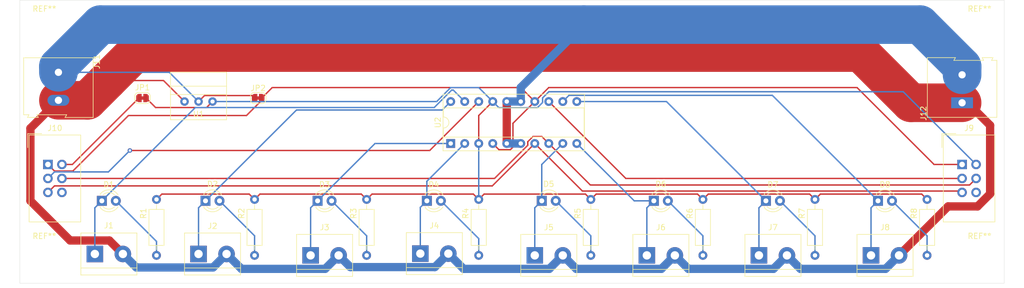
<source format=kicad_pcb>
(kicad_pcb (version 20211014) (generator pcbnew)
  (layers (0 "F.Cu" signal) (31 "B.Cu" signal) (34 "B.Paste" user) (35 "F.Paste" user) (36 "B.SilkS" user "B.Silkscreen") (37 "F.SilkS" user "F.Silkscreen") (38 "B.Mask" user) (39 "F.Mask" user) (44 "Edge.Cuts" user))
  (net 0 "")
  (net 1 "/D0")
  (net 2 "Net-(D1-Pad2)")
  (net 3 "/D1")
  (net 4 "Net-(D2-Pad2)")
  (net 5 "/D2")
  (net 6 "Net-(D3-Pad2)")
  (net 7 "/D3")
  (net 8 "Net-(D4-Pad2)")
  (net 9 "/D4")
  (net 10 "Net-(D5-Pad2)")
  (net 11 "/D5")
  (net 12 "Net-(D6-Pad2)")
  (net 13 "/D6")
  (net 14 "Net-(D7-Pad2)")
  (net 15 "/D7")
  (net 16 "Net-(D8-Pad2)")
  (net 17 "+VDC")
  (net 18 "GNDD")
  (net 19 "+5V")
  (net 20 "/SEROUT")
  (net 21 "/CLOCK")
  (net 22 "/LATCH")
  (net 24 "/SERIN")
  (net 26 "GNDPWR")
  (net 27 "Net-(J10-Pad2)")
  (footprint "MountingHole:MountingHole_2.5mm" (layer "F.Cu") (at 215.265 114.3)
    (fp_text reference "REF**" (at 0 -3.5) (layer "F.SilkS"))
    (fp_text value "MountingHole_2.5mm")
    (pad "" np_thru_hole circle locked (at 0 0) (size 2.5 2.5) (drill 2.5) (layers *.Cu *.Mask))
  )
  (footprint "TerminalBlock:TerminalBlock_bornier-2_P5.08mm" (layer "F.Cu") (at 175.26 114.3)
    (fp_text reference "J7" (at 2.54 -5.08) (layer "F.SilkS"))
    (fp_text value "Screw_Terminal_01x02")
    (fp_line (start 7.62 -3.81) (end -2.54 -3.81) (layer "F.SilkS") (width 0.12))
    (fp_line (start -2.54 -3.81) (end -2.54 3.81) (layer "F.SilkS") (width 0.12))
    (fp_line (start -2.54 3.81) (end 7.62 3.81) (layer "F.SilkS") (width 0.12))
    (fp_line (start 7.62 3.81) (end 7.62 -3.81) (layer "F.SilkS") (width 0.12))
    (fp_line (start 7.62 2.54) (end -2.54 2.54) (layer "F.SilkS") (width 0.12))
    (pad "1" thru_hole rect locked (at 0 0) (size 3 3) (drill 1.52) (layers *.Cu *.Mask) (net 13 "/D6"))
    (pad "2" thru_hole circle locked (at 5.08 0) (size 3 3) (drill 1.52) (layers *.Cu *.Mask) (net 17 "+VDC"))
  )
  (footprint "TerminalBlock:TerminalBlock_bornier-2_P5.08mm" (layer "F.Cu") (at 54.864 114.046)
    (fp_text reference "J1" (at 2.526 -5.174) (layer "F.SilkS"))
    (fp_text value "Screw_Terminal_01x02")
    (fp_line (start 7.62 3.81) (end 7.62 -3.81) (layer "F.SilkS") (width 0.12))
    (fp_line (start -2.54 -3.81) (end -2.54 3.81) (layer "F.SilkS") (width 0.12))
    (fp_line (start 7.62 -3.81) (end -2.54 -3.81) (layer "F.SilkS") (width 0.12))
    (fp_line (start -2.54 3.81) (end 7.62 3.81) (layer "F.SilkS") (width 0.12))
    (fp_line (start 7.62 2.54) (end -2.54 2.54) (layer "F.SilkS") (width 0.12))
    (pad "1" thru_hole rect locked (at 0 0) (size 3 3) (drill 1.52) (layers *.Cu *.Mask) (net 1 "/D0"))
    (pad "2" thru_hole circle locked (at 5.08 0) (size 3 3) (drill 1.52) (layers *.Cu *.Mask) (net 17 "+VDC"))
  )
  (footprint "Connector_IDC:IDC-Header_2x03_P2.54mm_Vertical" (layer "F.Cu") (at 46.355 97.79)
    (fp_text reference "J10" (at 1.27 -6.604) (layer "F.SilkS"))
    (fp_text value "Conn_02x03_Odd_Even")
    (fp_line (start -3.655 -5.6) (end -3.655 -3.06) (layer "F.SilkS") (width 0.12))
    (fp_line (start 5.945 10.43) (end -3.405 10.43) (layer "F.SilkS") (width 0.12))
    (fp_line (start -3.405 -5.35) (end 5.945 -5.35) (layer "F.SilkS") (width 0.12))
    (fp_line (start -3.655 -5.6) (end -1.115 -5.6) (layer "F.SilkS") (width 0.12))
    (fp_line (start -3.405 10.43) (end -3.405 -5.35) (layer "F.SilkS") (width 0.12))
    (fp_line (start 5.945 -5.35) (end 5.945 10.43) (layer "F.SilkS") (width 0.12))
    (pad "1" thru_hole rect locked (at 0 0) (size 1.7272 1.7272) (drill 1.016) (layers *.Cu *.Mask) (net 18 "GNDD"))
    (pad "2" thru_hole oval locked (at 2.54 0) (size 1.7272 1.7272) (drill 1.016) (layers *.Cu *.Mask) (net 27 "Net-(J10-Pad2)"))
    (pad "3" thru_hole oval locked (at 0 2.54) (size 1.7272 1.7272) (drill 1.016) (layers *.Cu *.Mask) (net 24 "/SERIN"))
    (pad "4" thru_hole oval locked (at 2.54 2.54) (size 1.7272 1.7272) (drill 1.016) (layers *.Cu *.Mask) (net 21 "/CLOCK"))
    (pad "5" thru_hole oval locked (at 0 5.08) (size 1.7272 1.7272) (drill 1.016) (layers *.Cu *.Mask) (net 22 "/LATCH"))
    (pad "6" thru_hole oval locked (at 2.54 5.08) (size 1.7272 1.7272) (drill 1.016) (layers *.Cu *.Mask))
  )
  (footprint "LED_THT:LED_D3.0mm" (layer "F.Cu") (at 74.925 104.394)
    (fp_text reference "D2" (at 1.27 -3.048) (layer "F.SilkS"))
    (fp_text value "LED")
    (fp_line (start -0.29 1.08) (end -0.29 1.236) (layer "F.SilkS") (width 0.12))
    (fp_line (start -0.29 -1.236) (end -0.29 -1.08) (layer "F.SilkS") (width 0.12))
    (fp_arc (start 2.942335 1.078608) (mid 1.366487 1.987659) (end -0.29 1.235516) (layer "F.SilkS") (width 0.12))
    (fp_arc (start 2.31113 1.079837) (mid 1.270117 1.5) (end 0.229039 1.08) (layer "F.SilkS") (width 0.12))
    (fp_arc (start -0.29 -1.235516) (mid 1.366487 -1.987659) (end 2.942335 -1.078608) (layer "F.SilkS") (width 0.12))
    (fp_arc (start 0.229039 -1.08) (mid 1.270117 -1.5) (end 2.31113 -1.079837) (layer "F.SilkS") (width 0.12))
    (pad "1" thru_hole rect locked (at 0 0) (size 1.8 1.8) (drill 0.9) (layers *.Cu *.Mask) (net 3 "/D1"))
    (pad "2" thru_hole circle locked (at 2.54 0) (size 1.8 1.8) (drill 0.9) (layers *.Cu *.Mask) (net 4 "Net-(D2-Pad2)"))
  )
  (footprint "LED_THT:LED_D3.0mm" (layer "F.Cu") (at 176.525 104.394)
    (fp_text reference "D7" (at 1.27 -2.96) (layer "F.SilkS"))
    (fp_text value "LED")
    (fp_line (start -0.29 -1.236) (end -0.29 -1.08) (layer "F.SilkS") (width 0.12))
    (fp_line (start -0.29 1.08) (end -0.29 1.236) (layer "F.SilkS") (width 0.12))
    (fp_arc (start 0.229039 -1.08) (mid 1.270117 -1.5) (end 2.31113 -1.079837) (layer "F.SilkS") (width 0.12))
    (fp_arc (start 2.31113 1.079837) (mid 1.270117 1.5) (end 0.229039 1.08) (layer "F.SilkS") (width 0.12))
    (fp_arc (start 2.942335 1.078608) (mid 1.366487 1.987659) (end -0.29 1.235516) (layer "F.SilkS") (width 0.12))
    (fp_arc (start -0.29 -1.235516) (mid 1.366487 -1.987659) (end 2.942335 -1.078608) (layer "F.SilkS") (width 0.12))
    (pad "1" thru_hole rect locked (at 0 0) (size 1.8 1.8) (drill 0.9) (layers *.Cu *.Mask) (net 13 "/D6"))
    (pad "2" thru_hole circle locked (at 2.54 0) (size 1.8 1.8) (drill 0.9) (layers *.Cu *.Mask) (net 14 "Net-(D7-Pad2)"))
  )
  (footprint "Connector_IDC:IDC-Header_2x03_P2.54mm_Vertical" (layer "F.Cu") (at 212.09 97.79)
    (fp_text reference "J9" (at 1.27 -6.604) (layer "F.SilkS"))
    (fp_text value "Conn_02x03_Odd_Even")
    (fp_line (start 5.945 10.43) (end -3.405 10.43) (layer "F.SilkS") (width 0.12))
    (fp_line (start -3.655 -5.6) (end -3.655 -3.06) (layer "F.SilkS") (width 0.12))
    (fp_line (start 5.945 -5.35) (end 5.945 10.43) (layer "F.SilkS") (width 0.12))
    (fp_line (start -3.405 -5.35) (end 5.945 -5.35) (layer "F.SilkS") (width 0.12))
    (fp_line (start -3.655 -5.6) (end -1.115 -5.6) (layer "F.SilkS") (width 0.12))
    (fp_line (start -3.405 10.43) (end -3.405 -5.35) (layer "F.SilkS") (width 0.12))
    (pad "1" thru_hole rect locked (at 0 0) (size 1.7272 1.7272) (drill 1.016) (layers *.Cu *.Mask) (net 18 "GNDD"))
    (pad "2" thru_hole oval locked (at 2.54 0) (size 1.7272 1.7272) (drill 1.016) (layers *.Cu *.Mask) (net 19 "+5V"))
    (pad "3" thru_hole oval locked (at 0 2.54) (size 1.7272 1.7272) (drill 1.016) (layers *.Cu *.Mask) (net 20 "/SEROUT"))
    (pad "4" thru_hole oval locked (at 2.54 2.54) (size 1.7272 1.7272) (drill 1.016) (layers *.Cu *.Mask) (net 21 "/CLOCK"))
    (pad "5" thru_hole oval locked (at 0 5.08) (size 1.7272 1.7272) (drill 1.016) (layers *.Cu *.Mask) (net 22 "/LATCH"))
    (pad "6" thru_hole oval locked (at 2.54 5.08) (size 1.7272 1.7272) (drill 1.016) (layers *.Cu *.Mask))
  )
  (footprint "TerminalBlock:TerminalBlock_bornier-2_P5.08mm" (layer "F.Cu") (at 73.66 114.046)
    (fp_text reference "J2" (at 2.54 -5.08) (layer "F.SilkS"))
    (fp_text value "Screw_Terminal_01x02")
    (fp_line (start -2.54 -3.81) (end -2.54 3.81) (layer "F.SilkS") (width 0.12))
    (fp_line (start -2.54 3.81) (end 7.62 3.81) (layer "F.SilkS") (width 0.12))
    (fp_line (start 7.62 2.54) (end -2.54 2.54) (layer "F.SilkS") (width 0.12))
    (fp_line (start 7.62 3.81) (end 7.62 -3.81) (layer "F.SilkS") (width 0.12))
    (fp_line (start 7.62 -3.81) (end -2.54 -3.81) (layer "F.SilkS") (width 0.12))
    (pad "1" thru_hole rect locked (at 0 0) (size 3 3) (drill 1.52) (layers *.Cu *.Mask) (net 3 "/D1"))
    (pad "2" thru_hole circle locked (at 5.08 0) (size 3 3) (drill 1.52) (layers *.Cu *.Mask) (net 17 "+VDC"))
  )
  (footprint "LED_THT:LED_D3.0mm" (layer "F.Cu") (at 196.845 104.394)
    (fp_text reference "D8" (at 1.27 -2.96) (layer "F.SilkS"))
    (fp_text value "LED")
    (fp_line (start -0.29 -1.236) (end -0.29 -1.08) (layer "F.SilkS") (width 0.12))
    (fp_line (start -0.29 1.08) (end -0.29 1.236) (layer "F.SilkS") (width 0.12))
    (fp_arc (start 2.31113 1.079837) (mid 1.270117 1.5) (end 0.229039 1.08) (layer "F.SilkS") (width 0.12))
    (fp_arc (start 2.942335 1.078608) (mid 1.366487 1.987659) (end -0.29 1.235516) (layer "F.SilkS") (width 0.12))
    (fp_arc (start -0.29 -1.235516) (mid 1.366487 -1.987659) (end 2.942335 -1.078608) (layer "F.SilkS") (width 0.12))
    (fp_arc (start 0.229039 -1.08) (mid 1.270117 -1.5) (end 2.31113 -1.079837) (layer "F.SilkS") (width 0.12))
    (pad "1" thru_hole rect locked (at 0 0) (size 1.8 1.8) (drill 0.9) (layers *.Cu *.Mask) (net 15 "/D7"))
    (pad "2" thru_hole circle locked (at 2.54 0) (size 1.8 1.8) (drill 0.9) (layers *.Cu *.Mask) (net 16 "Net-(D8-Pad2)"))
  )
  (footprint "Jumper:SolderJumper-2_P1.3mm_Bridged_RoundedPad1.0x1.5mm" (layer "F.Cu") (at 63.5 85.725)
    (fp_text reference "JP1" (at 0 -1.905) (layer "F.SilkS"))
    (fp_text value "SolderJumper_2_Bridged")
    (fp_poly (pts (xy 0.25 -0.3) (xy -0.25 -0.3) (xy -0.25 0.3) (xy 0.25 0.3)) (layer "F.Cu") (width 0) (fill solid))
    (fp_line (start -0.7 -1) (end 0.7 -1) (layer "F.SilkS") (width 0.12))
    (fp_line (start 1.4 -0.3) (end 1.4 0.3) (layer "F.SilkS") (width 0.12))
    (fp_line (start -1.4 0.3) (end -1.4 -0.3) (layer "F.SilkS") (width 0.12))
    (fp_line (start 0.7 1) (end -0.7 1) (layer "F.SilkS") (width 0.12))
    (fp_arc (start 1.4 0.3) (mid 1.194975 0.794975) (end 0.7 1) (layer "F.SilkS") (width 0.12))
    (fp_arc (start -0.7 1) (mid -1.194975 0.794975) (end -1.4 0.3) (layer "F.SilkS") (width 0.12))
    (fp_arc (start -1.4 -0.3) (mid -1.194975 -0.794975) (end -0.7 -1) (layer "F.SilkS") (width 0.12))
    (fp_arc (start 0.7 -1) (mid 1.194975 -0.794975) (end 1.4 -0.3) (layer "F.SilkS") (width 0.12))
    (pad "1" smd custom locked (at -0.65 0) (size 1 0.5) (layers "F.Cu" "F.Mask") (net 27 "Net-(J10-Pad2)") (options (clearance outline) (anchor rect)) (primitives (gr_circle (center 0 0.25) (end 0.5 0.25) (width 0) (fill yes)) (gr_circle (center 0 -0.25) (end 0.5 -0.25) (width 0) (fill yes)) (gr_poly (pts (xy 0 -0.75) (xy 0.5 -0.75) (xy 0.5 0.75) (xy 0 0.75)) (width 0) (fill yes))))
    (pad "2" smd custom locked (at 0.65 0) (size 1 0.5) (layers "F.Cu" "F.Mask") (net 19 "+5V") (options (clearance outline) (anchor rect)) (primitives (gr_circle (center 0 0.25) (end 0.5 0.25) (width 0) (fill yes)) (gr_circle (center 0 -0.25) (end 0.5 -0.25) (width 0) (fill yes)) (gr_poly (pts (xy 0 -0.75) (xy -0.5 -0.75) (xy -0.5 0.75) (xy 0 0.75)) (width 0) (fill yes))))
  )
  (footprint "SMM:TerminalBlock-2_P5.08mm_large" (layer "F.Cu") (at 48.26 81.055 -90)
    (fp_text reference "J11" (at -1.92 -6.99 90) (layer "F.SilkS"))
    (fp_text value "Screw_Terminal_01x02")
    (fp_line (start 8.2 -1.2) (end 8.2 -6.3) (layer "F.SilkS") (width 0.12))
    (fp_line (start 8.2 -6.3) (end -2.65 -6.3) (layer "F.SilkS") (width 0.12))
    (fp_line (start 7.7 3.9) (end 7.7 -1.5) (layer "F.SilkS") (width 0.12))
    (fp_line (start -2.65 6.3) (end 7.7 6.3) (layer "F.SilkS") (width 0.12))
    (fp_line (start 8.2 3.7) (end 8.2 3.65) (layer "F.SilkS") (width 0.12))
    (fp_line (start 7.7 5.35) (end 8.2 5.6) (layer "F.SilkS") (width 0.12))
    (fp_line (start 7.7 6.3) (end 7.7 5.35) (layer "F.SilkS") (width 0.12))
    (fp_line (start 8.2 5.6) (end 8.2 3.7) (layer "F.SilkS") (width 0.12))
    (fp_line (start -2.65 -6.3) (end -2.65 6.3) (layer "F.SilkS") (width 0.12))
    (fp_line (start 7.7 -1.5) (end 8.2 -1.2) (layer "F.SilkS") (width 0.12))
    (fp_line (start 8.2 3.65) (end 7.7 3.9) (layer "F.SilkS") (width 0.12))
    (pad "1" thru_hole rect (at 0 0 270) (size 1.98 3.96) (drill 1.32) (layers *.Cu *.Mask) (net 26 "GNDPWR"))
    (pad "2" thru_hole oval (at 5.08 0 270) (size 1.98 3.96) (drill 1.32) (layers *.Cu *.Mask) (net 17 "+VDC"))
  )
  (footprint "Resistor_THT:R_Axial_DIN0207_L6.3mm_D2.5mm_P10.16mm_Horizontal" (layer "F.Cu") (at 104.14 114.3 90)
    (fp_text reference "R3" (at 7.62 -2.37 90) (layer "F.SilkS"))
    (fp_text value "R")
    (fp_line (start 9.12 0) (end 8.35 0) (layer "F.SilkS") (width 0.12))
    (fp_line (start 1.81 -1.37) (end 1.81 1.37) (layer "F.SilkS") (width 0.12))
    (fp_line (start 8.35 -1.37) (end 1.81 -1.37) (layer "F.SilkS") (width 0.12))
    (fp_line (start 8.35 1.37) (end 8.35 -1.37) (layer "F.SilkS") (width 0.12))
    (fp_line (start 1.04 0) (end 1.81 0) (layer "F.SilkS") (width 0.12))
    (fp_line (start 1.81 1.37) (end 8.35 1.37) (layer "F.SilkS") (width 0.12))
    (pad "1" thru_hole circle locked (at 0 0 90) (size 1.6 1.6) (drill 0.8) (layers *.Cu *.Mask) (net 6 "Net-(D3-Pad2)"))
    (pad "2" thru_hole oval locked (at 10.16 0 90) (size 1.6 1.6) (drill 0.8) (layers *.Cu *.Mask) (net 19 "+5V"))
  )
  (footprint "TerminalBlock:TerminalBlock_bornier-2_P5.08mm" (layer "F.Cu") (at 195.58 114.3)
    (fp_text reference "J8" (at 2.54 -5.08) (layer "F.SilkS"))
    (fp_text value "Screw_Terminal_01x02")
    (fp_line (start 7.62 -3.81) (end -2.54 -3.81) (layer "F.SilkS") (width 0.12))
    (fp_line (start -2.54 3.81) (end 7.62 3.81) (layer "F.SilkS") (width 0.12))
    (fp_line (start -2.54 -3.81) (end -2.54 3.81) (layer "F.SilkS") (width 0.12))
    (fp_line (start 7.62 2.54) (end -2.54 2.54) (layer "F.SilkS") (width 0.12))
    (fp_line (start 7.62 3.81) (end 7.62 -3.81) (layer "F.SilkS") (width 0.12))
    (pad "1" thru_hole rect locked (at 0 0) (size 3 3) (drill 1.52) (layers *.Cu *.Mask) (net 15 "/D7"))
    (pad "2" thru_hole circle locked (at 5.08 0) (size 3 3) (drill 1.52) (layers *.Cu *.Mask) (net 17 "+VDC"))
  )
  (footprint "TerminalBlock:TerminalBlock_bornier-2_P5.08mm" (layer "F.Cu") (at 154.94 114.3)
    (fp_text reference "J6" (at 2.54 -5.08) (layer "F.SilkS"))
    (fp_text value "Screw_Terminal_01x02")
    (fp_line (start 7.62 3.81) (end 7.62 -3.81) (layer "F.SilkS") (width 0.12))
    (fp_line (start -2.54 3.81) (end 7.62 3.81) (layer "F.SilkS") (width 0.12))
    (fp_line (start 7.62 -3.81) (end -2.54 -3.81) (layer "F.SilkS") (width 0.12))
    (fp_line (start 7.62 2.54) (end -2.54 2.54) (layer "F.SilkS") (width 0.12))
    (fp_line (start -2.54 -3.81) (end -2.54 3.81) (layer "F.SilkS") (width 0.12))
    (pad "1" thru_hole rect locked (at 0 0) (size 3 3) (drill 1.52) (layers *.Cu *.Mask) (net 11 "/D5"))
    (pad "2" thru_hole circle locked (at 5.08 0) (size 3 3) (drill 1.52) (layers *.Cu *.Mask) (net 17 "+VDC"))
  )
  (footprint "Resistor_THT:R_Axial_DIN0207_L6.3mm_D2.5mm_P10.16mm_Horizontal" (layer "F.Cu") (at 124.46 114.3 90)
    (fp_text reference "R4" (at 7.62 -2.37 90) (layer "F.SilkS"))
    (fp_text value "R")
    (fp_line (start 1.81 1.37) (end 8.35 1.37) (layer "F.SilkS") (width 0.12))
    (fp_line (start 8.35 1.37) (end 8.35 -1.37) (layer "F.SilkS") (width 0.12))
    (fp_line (start 9.12 0) (end 8.35 0) (layer "F.SilkS") (width 0.12))
    (fp_line (start 8.35 -1.37) (end 1.81 -1.37) (layer "F.SilkS") (width 0.12))
    (fp_line (start 1.81 -1.37) (end 1.81 1.37) (layer "F.SilkS") (width 0.12))
    (fp_line (start 1.04 0) (end 1.81 0) (layer "F.SilkS") (width 0.12))
    (pad "1" thru_hole circle locked (at 0 0 90) (size 1.6 1.6) (drill 0.8) (layers *.Cu *.Mask) (net 8 "Net-(D4-Pad2)"))
    (pad "2" thru_hole oval locked (at 10.16 0 90) (size 1.6 1.6) (drill 0.8) (layers *.Cu *.Mask) (net 19 "+5V"))
  )
  (footprint "Package_DIP:DIP-20_W7.62mm_Socket" (layer "F.Cu") (at 119.38 93.98 90)
    (fp_text reference "U2" (at 3.81 -2.33 90) (layer "F.SilkS"))
    (fp_text value "TPIC6A595NE")
    (fp_line (start 6.46 -1.33) (end 4.81 -1.33) (layer "F.SilkS") (width 0.12))
    (fp_line (start -1.33 -1.39) (end -1.33 24.25) (layer "F.SilkS") (width 0.12))
    (fp_line (start -1.33 24.25) (end 8.95 24.25) (layer "F.SilkS") (width 0.12))
    (fp_line (start 1.16 -1.33) (end 1.16 24.19) (layer "F.SilkS") (width 0.12))
    (fp_line (start 1.16 24.19) (end 6.46 24.19) (layer "F.SilkS") (width 0.12))
    (fp_line (start 8.95 -1.39) (end -1.33 -1.39) (layer "F.SilkS") (width 0.12))
    (fp_line (start 2.81 -1.33) (end 1.16 -1.33) (layer "F.SilkS") (width 0.12))
    (fp_line (start 8.95 24.25) (end 8.95 -1.39) (layer "F.SilkS") (width 0.12))
    (fp_line (start 6.46 24.19) (end 6.46 -1.33) (layer "F.SilkS") (width 0.12))
    (fp_arc (start 4.81 -1.33) (mid 3.81 -0.33) (end 2.81 -1.33) (layer "F.SilkS") (width 0.12))
    (pad "1" thru_hole rect locked (at 0 0 90) (size 1.6 1.6) (drill 0.8) (layers *.Cu *.Mask) (net 5 "/D2"))
    (pad "2" thru_hole oval locked (at 0 2.54 90) (size 1.6 1.6) (drill 0.8) (layers *.Cu *.Mask) (net 7 "/D3"))
    (pad "3" thru_hole oval locked (at 0 5.08 90) (size 1.6 1.6) (drill 0.8) (layers *.Cu *.Mask) (net 19 "+5V"))
    (pad "4" thru_hole oval locked (at 0 7.62 90) (size 1.6 1.6) (drill 0.8) (layers *.Cu *.Mask) (net 18 "GNDD"))
    (pad "5" thru_hole oval locked (at 0 10.16 90) (size 1.6 1.6) (drill 0.8) (layers *.Cu *.Mask) (net 26 "GNDPWR"))
    (pad "6" thru_hole oval locked (at 0 12.7 90) (size 1.6 1.6) (drill 0.8) (layers *.Cu *.Mask) (net 26 "GNDPWR"))
    (pad "7" thru_hole oval locked (at 0 15.24 90) (size 1.6 1.6) (drill 0.8) (layers *.Cu *.Mask) (net 22 "/LATCH"))
    (pad "8" thru_hole oval locked (at 0 17.78 90) (size 1.6 1.6) (drill 0.8) (layers *.Cu *.Mask) (net 21 "/CLOCK"))
    (pad "9" thru_hole oval locked (at 0 20.32 90) (size 1.6 1.6) (drill 0.8) (layers *.Cu *.Mask) (net 9 "/D4"))
    (pad "10" thru_hole oval locked (at 0 22.86 90) (size 1.6 1.6) (drill 0.8) (layers *.Cu *.Mask) (net 11 "/D5"))
    (pad "11" thru_hole oval locked (at 7.62 22.86 90) (size 1.6 1.6) (drill 0.8) (layers *.Cu *.Mask) (net 13 "/D6"))
    (pad "12" thru_hole oval locked (at 7.62 20.32 90) (size 1.6 1.6) (drill 0.8) (layers *.Cu *.Mask) (net 15 "/D7"))
    (pad "13" thru_hole oval locked (at 7.62 17.78 90) (size 1.6 1.6) (drill 0.8) (layers *.Cu *.Mask) (net 20 "/SEROUT"))
    (pad "14" thru_hole oval locked (at 7.62 15.24 90) (size 1.6 1.6) (drill 0.8) (layers *.Cu *.Mask) (net 18 "GNDD"))
    (pad "15" thru_hole oval locked (at 7.62 12.7 90) (size 1.6 1.6) (drill 0.8) (layers *.Cu *.Mask) (net 26 "GNDPWR"))
    (pad "16" thru_hole oval locked (at 7.62 10.16 90) (size 1.6 1.6) (drill 0.8) (layers *.Cu *.Mask) (net 26 "GNDPWR"))
    (pad "17" thru_hole oval locked (at 7.62 7.62 90) (size 1.6 1.6) (drill 0.8) (layers *.Cu *.Mask) (net 19 "+5V"))
    (pad "18" thru_hole oval locked (at 7.62 5.08 90) (size 1.6 1.6) (drill 0.8) (layers *.Cu *.Mask) (net 24 "/SERIN"))
    (pad "19" thru_hole oval locked (at 7.62 2.54 90) (size 1.6 1.6) (drill 0.8) (layers *.Cu *.Mask) (net 1 "/D0"))
    (pad "20" thru_hole oval locked (at 7.62 0 90) (size 1.6 1.6) (drill 0.8) (layers *.Cu *.Mask) (net 3 "/D1"))
  )
  (footprint "LED_THT:LED_D3.0mm" (layer "F.Cu") (at 156.205 104.394)
    (fp_text reference "D6" (at 1.27 -3.048) (layer "F.SilkS"))
    (fp_text value "LED")
    (fp_line (start -0.29 -1.236) (end -0.29 -1.08) (layer "F.SilkS") (width 0.12))
    (fp_line (start -0.29 1.08) (end -0.29 1.236) (layer "F.SilkS") (width 0.12))
    (fp_arc (start -0.29 -1.235516) (mid 1.366487 -1.987659) (end 2.942335 -1.078608) (layer "F.SilkS") (width 0.12))
    (fp_arc (start 2.31113 1.079837) (mid 1.270117 1.5) (end 0.229039 1.08) (layer "F.SilkS") (width 0.12))
    (fp_arc (start 0.229039 -1.08) (mid 1.270117 -1.5) (end 2.31113 -1.079837) (layer "F.SilkS") (width 0.12))
    (fp_arc (start 2.942335 1.078608) (mid 1.366487 1.987659) (end -0.29 1.235516) (layer "F.SilkS") (width 0.12))
    (pad "1" thru_hole rect locked (at 0 0) (size 1.8 1.8) (drill 0.9) (layers *.Cu *.Mask) (net 11 "/D5"))
    (pad "2" thru_hole circle locked (at 2.54 0) (size 1.8 1.8) (drill 0.9) (layers *.Cu *.Mask) (net 12 "Net-(D6-Pad2)"))
  )
  (footprint "Resistor_THT:R_Axial_DIN0207_L6.3mm_D2.5mm_P10.16mm_Horizontal" (layer "F.Cu") (at 165.1 114.3 90)
    (fp_text reference "R6" (at 7.62 -2.37 90) (layer "F.SilkS"))
    (fp_text value "R")
    (fp_line (start 1.81 -1.37) (end 1.81 1.37) (layer "F.SilkS") (width 0.12))
    (fp_line (start 8.35 1.37) (end 8.35 -1.37) (layer "F.SilkS") (width 0.12))
    (fp_line (start 8.35 -1.37) (end 1.81 -1.37) (layer "F.SilkS") (width 0.12))
    (fp_line (start 9.12 0) (end 8.35 0) (layer "F.SilkS") (width 0.12))
    (fp_line (start 1.81 1.37) (end 8.35 1.37) (layer "F.SilkS") (width 0.12))
    (fp_line (start 1.04 0) (end 1.81 0) (layer "F.SilkS") (width 0.12))
    (pad "1" thru_hole circle locked (at 0 0 90) (size 1.6 1.6) (drill 0.8) (layers *.Cu *.Mask) (net 12 "Net-(D6-Pad2)"))
    (pad "2" thru_hole oval locked (at 10.16 0 90) (size 1.6 1.6) (drill 0.8) (layers *.Cu *.Mask) (net 19 "+5V"))
  )
  (footprint "MountingHole:MountingHole_2.5mm" (layer "F.Cu") (at 45.72 73.025)
    (fp_text reference "REF**" (at 0 -3.5) (layer "F.SilkS"))
    (fp_text value "MountingHole_2.5mm")
    (pad "" np_thru_hole circle locked (at 0 0) (size 2.5 2.5) (drill 2.5) (layers *.Cu *.Mask))
  )
  (footprint "MountingHole:MountingHole_2.5mm" (layer "F.Cu") (at 45.72 114.3)
    (fp_text reference "REF**" (at 0 -3.5) (layer "F.SilkS"))
    (fp_text value "MountingHole_2.5mm")
    (pad "" np_thru_hole circle locked (at 0 0) (size 2.5 2.5) (drill 2.5) (layers *.Cu *.Mask))
  )
  (footprint "TerminalBlock:TerminalBlock_bornier-2_P5.08mm" (layer "F.Cu") (at 93.98 114.3)
    (fp_text reference "J3" (at 2.54 -5.08) (layer "F.SilkS"))
    (fp_text value "Screw_Terminal_01x02")
    (fp_line (start 7.62 -3.81) (end -2.54 -3.81) (layer "F.SilkS") (width 0.12))
    (fp_line (start 7.62 2.54) (end -2.54 2.54) (layer "F.SilkS") (width 0.12))
    (fp_line (start 7.62 3.81) (end 7.62 -3.81) (layer "F.SilkS") (width 0.12))
    (fp_line (start -2.54 3.81) (end 7.62 3.81) (layer "F.SilkS") (width 0.12))
    (fp_line (start -2.54 -3.81) (end -2.54 3.81) (layer "F.SilkS") (width 0.12))
    (pad "1" thru_hole rect locked (at 0 0) (size 3 3) (drill 1.52) (layers *.Cu *.Mask) (net 5 "/D2"))
    (pad "2" thru_hole circle locked (at 5.08 0) (size 3 3) (drill 1.52) (layers *.Cu *.Mask) (net 17 "+VDC"))
  )
  (footprint "Resistor_THT:R_Axial_DIN0207_L6.3mm_D2.5mm_P10.16mm_Horizontal" (layer "F.Cu") (at 185.42 114.3 90)
    (fp_text reference "R7" (at 7.62 -2.37 90) (layer "F.SilkS"))
    (fp_text value "R")
    (fp_line (start 9.12 0) (end 8.35 0) (layer "F.SilkS") (width 0.12))
    (fp_line (start 1.81 1.37) (end 8.35 1.37) (layer "F.SilkS") (width 0.12))
    (fp_line (start 1.81 -1.37) (end 1.81 1.37) (layer "F.SilkS") (width 0.12))
    (fp_line (start 8.35 -1.37) (end 1.81 -1.37) (layer "F.SilkS") (width 0.12))
    (fp_line (start 8.35 1.37) (end 8.35 -1.37) (layer "F.SilkS") (width 0.12))
    (fp_line (start 1.04 0) (end 1.81 0) (layer "F.SilkS") (width 0.12))
    (pad "1" thru_hole circle locked (at 0 0 90) (size 1.6 1.6) (drill 0.8) (layers *.Cu *.Mask) (net 14 "Net-(D7-Pad2)"))
    (pad "2" thru_hole oval locked (at 10.16 0 90) (size 1.6 1.6) (drill 0.8) (layers *.Cu *.Mask) (net 19 "+5V"))
  )
  (footprint "LED_THT:LED_D3.0mm" (layer "F.Cu") (at 115.057 104.394)
    (fp_text reference "D4" (at 1.27 -2.96) (layer "F.SilkS"))
    (fp_text value "LED")
    (fp_line (start -0.29 1.08) (end -0.29 1.236) (layer "F.SilkS") (width 0.12))
    (fp_line (start -0.29 -1.236) (end -0.29 -1.08) (layer "F.SilkS") (width 0.12))
    (fp_arc (start 2.942335 1.078608) (mid 1.366487 1.987659) (end -0.29 1.235516) (layer "F.SilkS") (width 0.12))
    (fp_arc (start 2.31113 1.079837) (mid 1.270117 1.5) (end 0.229039 1.08) (layer "F.SilkS") (width 0.12))
    (fp_arc (start 0.229039 -1.08) (mid 1.270117 -1.5) (end 2.31113 -1.079837) (layer "F.SilkS") (width 0.12))
    (fp_arc (start -0.29 -1.235516) (mid 1.366487 -1.987659) (end 2.942335 -1.078608) (layer "F.SilkS") (width 0.12))
    (pad "1" thru_hole rect locked (at 0 0) (size 1.8 1.8) (drill 0.9) (layers *.Cu *.Mask) (net 7 "/D3"))
    (pad "2" thru_hole circle locked (at 2.54 0) (size 1.8 1.8) (drill 0.9) (layers *.Cu *.Mask) (net 8 "Net-(D4-Pad2)"))
  )
  (footprint "LED_THT:LED_D3.0mm" (layer "F.Cu") (at 135.885 104.394)
    (fp_text reference "D5" (at 1.27 -3.048) (layer "F.SilkS"))
    (fp_text value "LED")
    (fp_line (start -0.29 1.08) (end -0.29 1.236) (layer "F.SilkS") (width 0.12))
    (fp_line (start -0.29 -1.236) (end -0.29 -1.08) (layer "F.SilkS") (width 0.12))
    (fp_arc (start -0.29 -1.235516) (mid 1.366487 -1.987659) (end 2.942335 -1.078608) (layer "F.SilkS") (width 0.12))
    (fp_arc (start 2.942335 1.078608) (mid 1.366487 1.987659) (end -0.29 1.235516) (layer "F.SilkS") (width 0.12))
    (fp_arc (start 2.31113 1.079837) (mid 1.270117 1.5) (end 0.229039 1.08) (layer "F.SilkS") (width 0.12))
    (fp_arc (start 0.229039 -1.08) (mid 1.270117 -1.5) (end 2.31113 -1.079837) (layer "F.SilkS") (width 0.12))
    (pad "1" thru_hole rect locked (at 0 0) (size 1.8 1.8) (drill 0.9) (layers *.Cu *.Mask) (net 9 "/D4"))
    (pad "2" thru_hole circle locked (at 2.54 0) (size 1.8 1.8) (drill 0.9) (layers *.Cu *.Mask) (net 10 "Net-(D5-Pad2)"))
  )
  (footprint "Resistor_THT:R_Axial_DIN0207_L6.3mm_D2.5mm_P10.16mm_Horizontal" (layer "F.Cu") (at 144.78 114.3 90)
    (fp_text reference "R5" (at 7.62 -2.37 90) (layer "F.SilkS"))
    (fp_text value "R")
    (fp_line (start 1.81 1.37) (end 8.35 1.37) (layer "F.SilkS") (width 0.12))
    (fp_line (start 8.35 1.37) (end 8.35 -1.37) (layer "F.SilkS") (width 0.12))
    (fp_line (start 8.35 -1.37) (end 1.81 -1.37) (layer "F.SilkS") (width 0.12))
    (fp_line (start 1.04 0) (end 1.81 0) (layer "F.SilkS") (width 0.12))
    (fp_line (start 9.12 0) (end 8.35 0) (layer "F.SilkS") (width 0.12))
    (fp_line (start 1.81 -1.37) (end 1.81 1.37) (layer "F.SilkS") (width 0.12))
    (pad "1" thru_hole circle locked (at 0 0 90) (size 1.6 1.6) (drill 0.8) (layers *.Cu *.Mask) (net 10 "Net-(D5-Pad2)"))
    (pad "2" thru_hole oval locked (at 10.16 0 90) (size 1.6 1.6) (drill 0.8) (layers *.Cu *.Mask) (net 19 "+5V"))
  )
  (footprint "LED_THT:LED_D3.0mm" (layer "F.Cu") (at 95.245 104.394)
    (fp_text reference "D3" (at 1.27 -2.96) (layer "F.SilkS"))
    (fp_text value "LED")
    (fp_line (start -0.29 1.08) (end -0.29 1.236) (layer "F.SilkS") (width 0.12))
    (fp_line (start -0.29 -1.236) (end -0.29 -1.08) (layer "F.SilkS") (width 0.12))
    (fp_arc (start 2.31113 1.079837) (mid 1.270117 1.5) (end 0.229039 1.08) (layer "F.SilkS") (width 0.12))
    (fp_arc (start -0.29 -1.235516) (mid 1.366487 -1.987659) (end 2.942335 -1.078608) (layer "F.SilkS") (width 0.12))
    (fp_arc (start 2.942335 1.078608) (mid 1.366487 1.987659) (end -0.29 1.235516) (layer "F.SilkS") (width 0.12))
    (fp_arc (start 0.229039 -1.08) (mid 1.270117 -1.5) (end 2.31113 -1.079837) (layer "F.SilkS") (width 0.12))
    (pad "1" thru_hole rect locked (at 0 0) (size 1.8 1.8) (drill 0.9) (layers *.Cu *.Mask) (net 5 "/D2"))
    (pad "2" thru_hole circle locked (at 2.54 0) (size 1.8 1.8) (drill 0.9) (layers *.Cu *.Mask) (net 6 "Net-(D3-Pad2)"))
  )
  (footprint "MountingHole:MountingHole_2.5mm" (layer "F.Cu") (at 215.265 73.025)
    (fp_text reference "REF**" (at 0 -3.5) (layer "F.SilkS"))
    (fp_text value "MountingHole_2.5mm")
    (pad "" np_thru_hole circle locked (at 0 0) (size 2.5 2.5) (drill 2.5) (layers *.Cu *.Mask))
  )
  (footprint "Resistor_THT:R_Axial_DIN0207_L6.3mm_D2.5mm_P10.16mm_Horizontal" (layer "F.Cu") (at 66.04 114.3 90)
    (fp_text reference "R1" (at 7.62 -2.37 90) (layer "F.SilkS"))
    (fp_text value "R")
    (fp_line (start 1.04 0) (end 1.81 0) (layer "F.SilkS") (width 0.12))
    (fp_line (start 8.35 -1.37) (end 1.81 -1.37) (layer "F.SilkS") (width 0.12))
    (fp_line (start 1.81 1.37) (end 8.35 1.37) (layer "F.SilkS") (width 0.12))
    (fp_line (start 1.81 -1.37) (end 1.81 1.37) (layer "F.SilkS") (width 0.12))
    (fp_line (start 9.12 0) (end 8.35 0) (layer "F.SilkS") (width 0.12))
    (fp_line (start 8.35 1.37) (end 8.35 -1.37) (layer "F.SilkS") (width 0.12))
    (pad "1" thru_hole circle locked (at 0 0 90) (size 1.6 1.6) (drill 0.8) (layers *.Cu *.Mask) (net 2 "Net-(D1-Pad2)"))
    (pad "2" thru_hole oval locked (at 10.16 0 90) (size 1.6 1.6) (drill 0.8) (layers *.Cu *.Mask) (net 19 "+5V"))
  )
  (footprint "Jumper:SolderJumper-2_P1.3mm_Bridged_RoundedPad1.0x1.5mm" (layer "F.Cu") (at 84.47 85.725)
    (fp_text reference "JP2" (at 0 -1.8) (layer "F.SilkS"))
    (fp_text value "SolderJumper_2_Bridged")
    (fp_poly (pts (xy 0.25 -0.3) (xy -0.25 -0.3) (xy -0.25 0.3) (xy 0.25 0.3)) (layer "F.Cu") (width 0) (fill solid))
    (fp_line (start -0.7 -1) (end 0.7 -1) (layer "F.SilkS") (width 0.12))
    (fp_line (start -1.4 0.3) (end -1.4 -0.3) (layer "F.SilkS") (width 0.12))
    (fp_line (start 1.4 -0.3) (end 1.4 0.3) (layer "F.SilkS") (width 0.12))
    (fp_line (start 0.7 1) (end -0.7 1) (layer "F.SilkS") (width 0.12))
    (fp_arc (start 0.7 -1) (mid 1.194975 -0.794975) (end 1.4 -0.3) (layer "F.SilkS") (width 0.12))
    (fp_arc (start -0.7 1) (mid -1.194975 0.794975) (end -1.4 0.3) (layer "F.SilkS") (width 0.12))
    (fp_arc (start 1.4 0.3) (mid 1.194975 0.794975) (end 0.7 1) (layer "F.SilkS") (width 0.12))
    (fp_arc (start -1.4 -0.3) (mid -1.194975 -0.794975) (end -0.7 -1) (layer "F.SilkS") (width 0.12))
    (pad "1" smd custom locked (at -0.65 0) (size 1 0.5) (layers "F.Cu" "F.Mask") (net 26 "GNDPWR") (options (clearance outline) (anchor rect)) (primitives (gr_circle (center 0 0.25) (end 0.5 0.25) (width 0) (fill yes)) (gr_circle (center 0 -0.25) (end 0.5 -0.25) (width 0) (fill yes)) (gr_poly (pts (xy 0 -0.75) (xy 0.5 -0.75) (xy 0.5 0.75) (xy 0 0.75)) (width 0) (fill yes))))
    (pad "2" smd custom locked (at 0.65 0) (size 1 0.5) (layers "F.Cu" "F.Mask") (net 18 "GNDD") (options (clearance outline) (anchor rect)) (primitives (gr_circle (center 0 0.25) (end 0.5 0.25) (width 0) (fill yes)) (gr_circle (center 0 -0.25) (end 0.5 -0.25) (width 0) (fill yes)) (gr_poly (pts (xy 0 -0.75) (xy -0.5 -0.75) (xy -0.5 0.75) (xy 0 0.75)) (width 0) (fill yes))))
  )
  (footprint "TerminalBlock:TerminalBlock_bornier-2_P5.08mm" (layer "F.Cu") (at 134.62 114.3)
    (fp_text reference "J5" (at 2.54 -5.08) (layer "F.SilkS"))
    (fp_text value "Screw_Terminal_01x02")
    (fp_line (start -2.54 3.81) (end 7.62 3.81) (layer "F.SilkS") (width 0.12))
    (fp_line (start 7.62 -3.81) (end -2.54 -3.81) (layer "F.SilkS") (width 0.12))
    (fp_line (start 7.62 2.54) (end -2.54 2.54) (layer "F.SilkS") (width 0.12))
    (fp_line (start 7.62 3.81) (end 7.62 -3.81) (layer "F.SilkS") (width 0.12))
    (fp_line (start -2.54 -3.81) (end -2.54 3.81) (layer "F.SilkS") (width 0.12))
    (pad "1" thru_hole rect locked (at 0 0) (size 3 3) (drill 1.52) (layers *.Cu *.Mask) (net 9 "/D4"))
    (pad "2" thru_hole circle locked (at 5.08 0) (size 3 3) (drill 1.52) (layers *.Cu *.Mask) (net 17 "+VDC"))
  )
  (footprint "Resistor_THT:R_Axial_DIN0207_L6.3mm_D2.5mm_P10.16mm_Horizontal" (layer "F.Cu") (at 83.82 114.3 90)
    (fp_text reference "R2" (at 7.62 -2.37 90) (layer "F.SilkS"))
    (fp_text value "R")
    (fp_line (start 1.81 1.37) (end 8.35 1.37) (layer "F.SilkS") (width 0.12))
    (fp_line (start 8.35 1.37) (end 8.35 -1.37) (layer "F.SilkS") (width 0.12))
    (fp_line (start 1.04 0) (end 1.81 0) (layer "F.SilkS") (width 0.12))
    (fp_line (start 1.81 -1.37) (end 1.81 1.37) (layer "F.SilkS") (width 0.12))
    (fp_line (start 9.12 0) (end 8.35 0) (layer "F.SilkS") (width 0.12))
    (fp_line (start 8.35 -1.37) (end 1.81 -1.37) (layer "F.SilkS") (width 0.12))
    (pad "1" thru_hole circle locked (at 0 0 90) (size 1.6 1.6) (drill 0.8) (layers *.Cu *.Mask) (net 4 "Net-(D2-Pad2)"))
    (pad "2" thru_hole oval locked (at 10.16 0 90) (size 1.6 1.6) (drill 0.8) (layers *.Cu *.Mask) (net 19 "+5V"))
  )
  (footprint "SMM:I50115" (layer "F.Cu") (at 73.66 86.36)
    (fp_text reference "U1" (at 0 2.286 unlocked) (layer "F.SilkS"))
    (fp_text value "I50115")
    (fp_line (start 5.08 -5.334) (end -5.08 -5.334) (layer "F.SilkS") (width 0.12))
    (fp_line (start -5.08 -2.794) (end 5.08 -2.794) (layer "F.SilkS") (width 0.12))
    (fp_line (start 0 3.302) (end 5.08 3.302) (layer "F.SilkS") (width 0.12))
    (fp_line (start 0 -1.27) (end 5.08 -1.27) (layer "F.SilkS") (width 0.12))
    (fp_line (start 0 3.302) (end -5.08 3.302) (layer "F.SilkS") (width 0.12))
    (fp_line (start 5.08 3.302) (end 5.08 -5.334) (layer "F.SilkS") (width 0.12))
    (fp_line (start -5.08 3.302) (end -5.08 -5.334) (layer "F.SilkS") (width 0.12))
    (fp_line (start 0 -1.27) (end -5.08 -1.27) (layer "F.SilkS") (width 0.12))
    (pad "1" thru_hole circle (at -2.54 0) (size 1.524 1.524) (drill 0.762) (layers *.Cu *.Mask) (net 17 "+VDC"))
    (pad "2" thru_hole circle (at 0 0) (size 1.524 1.524) (drill 0.762) (layers *.Cu *.Mask) (net 26 "GNDPWR"))
    (pad "3" thru_hole circle (at 2.54 0) (size 1.524 1.524) (drill 0.762) (layers *.Cu *.Mask) (net 19 "+5V"))
  )
  (footprint "TerminalBlock:TerminalBlock_bornier-2_P5.08mm" (layer "F.Cu") (at 113.87 113.98)
    (fp_text reference "J4" (at 2.54 -5.08) (layer "F.SilkS"))
    (fp_text value "Screw_Terminal_01x02")
    (fp_line (start 7.62 2.54) (end -2.54 2.54) (layer "F.SilkS") (width 0.12))
    (fp_line (start 7.62 -3.81) (end -2.54 -3.81) (layer "F.SilkS") (width 0.12))
    (fp_line (start 7.62 3.81) (end 7.62 -3.81) (layer "F.SilkS") (width 0.12))
    (fp_line (start -2.54 3.81) (end 7.62 3.81) (layer "F.SilkS") (width 0.12))
    (fp_line (start -2.54 -3.81) (end -2.54 3.81) (layer "F.SilkS") (width 0.12))
    (pad "1" thru_hole rect locked (at 0 0) (size 3 3) (drill 1.52) (layers *.Cu *.Mask) (net 7 "/D3"))
    (pad "2" thru_hole circle locked (at 5.08 0) (size 3 3) (drill 1.52) (layers *.Cu *.Mask) (net 17 "+VDC"))
  )
  (footprint "SMM:TerminalBlock-2_P5.08mm_large" (layer "F.Cu") (at 212.09 86.585 90)
    (fp_text reference "J12" (at -1.92 -6.99 90) (layer "F.SilkS"))
    (fp_text value "Screw_Terminal_01x02")
    (fp_line (start -2.65 6.3) (end 7.7 6.3) (layer "F.SilkS") (width 0.12))
    (fp_line (start 8.2 3.7) (end 8.2 3.65) (layer "F.SilkS") (width 0.12))
    (fp_line (start -2.65 -6.3) (end -2.65 6.3) (layer "F.SilkS") (width 0.12))
    (fp_line (start 7.7 3.9) (end 7.7 -1.5) (layer "F.SilkS") (width 0.12))
    (fp_line (start 7.7 -1.5) (end 8.2 -1.2) (layer "F.SilkS") (width 0.12))
    (fp_line (start 8.2 5.6) (end 8.2 3.7) (layer "F.SilkS") (width 0.12))
    (fp_line (start 7.7 5.35) (end 8.2 5.6) (layer "F.SilkS") (width 0.12))
    (fp_line (start 8.2 -6.3) (end -2.65 -6.3) (layer "F.SilkS") (width 0.12))
    (fp_line (start 8.2 -1.2) (end 8.2 -6.3) (layer "F.SilkS") (width 0.12))
    (fp_line (start 8.2 3.65) (end 7.7 3.9) (layer "F.SilkS") (width 0.12))
    (fp_line (start 7.7 6.3) (end 7.7 5.35) (layer "F.SilkS") (width 0.12))
    (pad "1" thru_hole rect (at 0 0 90) (size 1.98 3.96) (drill 1.32) (layers *.Cu *.Mask) (net 17 "+VDC"))
    (pad "2" thru_hole oval (at 5.08 0 90) (size 1.98 3.96) (drill 1.32) (layers *.Cu *.Mask) (net 26 "GNDPWR"))
  )
  (footprint "Resistor_THT:R_Axial_DIN0207_L6.3mm_D2.5mm_P10.16mm_Horizontal" (layer "F.Cu") (at 205.74 114.3 90)
    (fp_text reference "R8" (at 7.62 -2.37 90) (layer "F.SilkS"))
    (fp_text value "R")
    (fp_line (start 1.81 -1.37) (end 1.81 1.37) (layer "F.SilkS") (width 0.12))
    (fp_line (start 8.35 -1.37) (end 1.81 -1.37) (layer "F.SilkS") (width 0.12))
    (fp_line (start 8.35 1.37) (end 8.35 -1.37) (layer "F.SilkS") (width 0.12))
    (fp_line (start 1.81 1.37) (end 8.35 1.37) (layer "F.SilkS") (width 0.12))
    (fp_line (start 1.04 0) (end 1.81 0) (layer "F.SilkS") (width 0.12))
    (fp_line (start 9.12 0) (end 8.35 0) (layer "F.SilkS") (width 0.12))
    (pad "1" thru_hole circle locked (at 0 0 90) (size 1.6 1.6) (drill 0.8) (layers *.Cu *.Mask) (net 16 "Net-(D8-Pad2)"))
    (pad "2" thru_hole oval locked (at 10.16 0 90) (size 1.6 1.6) (drill 0.8) (layers *.Cu *.Mask) (net 19 "+5V"))
  )
  (footprint "LED_THT:LED_D3.0mm" (layer "F.Cu") (at 56.129 104.394)
    (fp_text reference "D1" (at 1.27 -2.96) (layer "F.SilkS"))
    (fp_text value "LED")
    (fp_line (start -0.29 1.08) (end -0.29 1.236) (layer "F.SilkS") (width 0.12))
    (fp_line (start -0.29 -1.236) (end -0.29 -1.08) (layer "F.SilkS") (width 0.12))
    (fp_arc (start 2.942335 1.078608) (mid 1.366487 1.987659) (end -0.29 1.235516) (layer "F.SilkS") (width 0.12))
    (fp_arc (start 0.229039 -1.08) (mid 1.270117 -1.5) (end 2.31113 -1.079837) (layer "F.SilkS") (width 0.12))
    (fp_arc (start -0.29 -1.235516) (mid 1.366487 -1.987659) (end 2.942335 -1.078608) (layer "F.SilkS") (width 0.12))
    (fp_arc (start 2.31113 1.079837) (mid 1.270117 1.5) (end 0.229039 1.08) (layer "F.SilkS") (width 0.12))
    (pad "1" thru_hole rect locked (at 0 0) (size 1.8 1.8) (drill 0.9) (layers *.Cu *.Mask) (net 1 "/D0"))
    (pad "2" thru_hole circle locked (at 2.54 0) (size 1.8 1.8) (drill 0.9) (layers *.Cu *.Mask) (net 2 "Net-(D1-Pad2)"))
  )
  (gr_rect (start 41.275 67.945) (end 219.71 119.38) (layer "Edge.Cuts") (width 0.05) (fill none))
  (segment (start 73.076489 87.446511) (end 116.389207 87.446511) (width 0.25) (layer "B.Cu") (net 1))
  (segment (start 56.129 104.394) (end 73.076489 87.446511) (width 0.25) (layer "B.Cu") (net 1))
  (segment (start 119.82952 84.26952) (end 121.92 86.36) (width 0.25) (layer "B.Cu") (net 1))
  (segment (start 54.864 105.659) (end 56.129 104.394) (width 0.25) (layer "B.Cu") (net 1))
  (segment (start 116.389207 87.446511) (end 119.566198 84.26952) (width 0.25) (layer "B.Cu") (net 1))
  (segment (start 119.566198 84.26952) (end 119.82952 84.26952) (width 0.25) (layer "B.Cu") (net 1))
  (segment (start 54.864 114.046) (end 54.864 105.659) (width 0.25) (layer "B.Cu") (net 1))
  (segment (start 66.04 111.765) (end 58.669 104.394) (width 0.25) (layer "B.Cu") (net 2))
  (segment (start 66.04 114.3) (end 66.04 111.765) (width 0.25) (layer "B.Cu") (net 2))
  (segment (start 73.66 114.046) (end 73.66 105.659) (width 0.25) (layer "B.Cu") (net 3))
  (segment (start 91.422969 87.896031) (end 117.843969 87.896031) (width 0.25) (layer "B.Cu") (net 3))
  (segment (start 117.843969 87.896031) (end 119.38 86.36) (width 0.25) (layer "B.Cu") (net 3))
  (segment (start 74.925 104.394) (end 91.422969 87.896031) (width 0.25) (layer "B.Cu") (net 3))
  (segment (start 73.66 105.659) (end 74.925 104.394) (width 0.25) (layer "B.Cu") (net 3))
  (segment (start 83.82 114.3) (end 83.82 110.749) (width 0.25) (layer "B.Cu") (net 4))
  (segment (start 83.82 110.749) (end 77.465 104.394) (width 0.25) (layer "B.Cu") (net 4))
  (segment (start 105.659 93.98) (end 119.38 93.98) (width 0.25) (layer "B.Cu") (net 5))
  (segment (start 93.98 105.659) (end 95.245 104.394) (width 0.25) (layer "B.Cu") (net 5))
  (segment (start 93.98 114.3) (end 93.98 105.659) (width 0.25) (layer "B.Cu") (net 5))
  (segment (start 95.245 104.394) (end 105.659 93.98) (width 0.25) (layer "B.Cu") (net 5))
  (segment (start 104.14 110.749) (end 97.785 104.394) (width 0.25) (layer "B.Cu") (net 6))
  (segment (start 104.14 114.3) (end 104.14 110.749) (width 0.25) (layer "B.Cu") (net 6))
  (segment (start 115.057 100.843) (end 121.92 93.98) (width 0.25) (layer "B.Cu") (net 7))
  (segment (start 113.87 105.581) (end 115.057 104.394) (width 0.25) (layer "B.Cu") (net 7))
  (segment (start 113.87 113.98) (end 113.87 105.581) (width 0.25) (layer "B.Cu") (net 7))
  (segment (start 115.057 104.394) (end 115.057 100.843) (width 0.25) (layer "B.Cu") (net 7))
  (segment (start 124.46 114.3) (end 124.46 111.257) (width 0.25) (layer "B.Cu") (net 8))
  (segment (start 124.46 111.257) (end 117.597 104.394) (width 0.25) (layer "B.Cu") (net 8))
  (segment (start 135.885 97.795) (end 139.7 93.98) (width 0.25) (layer "B.Cu") (net 9))
  (segment (start 134.62 114.3) (end 134.62 105.659) (width 0.25) (layer "B.Cu") (net 9))
  (segment (start 135.885 104.394) (end 135.885 97.795) (width 0.25) (layer "B.Cu") (net 9))
  (segment (start 134.62 105.659) (end 135.885 104.394) (width 0.25) (layer "B.Cu") (net 9))
  (segment (start 144.78 114.3) (end 144.78 110.749) (width 0.25) (layer "B.Cu") (net 10))
  (segment (start 144.78 110.749) (end 138.425 104.394) (width 0.25) (layer "B.Cu") (net 10))
  (segment (start 152.654 104.394) (end 142.24 93.98) (width 0.25) (layer "B.Cu") (net 11))
  (segment (start 154.94 114.3) (end 154.94 105.659) (width 0.25) (layer "B.Cu") (net 11))
  (segment (start 156.205 104.394) (end 152.654 104.394) (width 0.25) (layer "B.Cu") (net 11))
  (segment (start 154.94 105.659) (end 156.205 104.394) (width 0.25) (layer "B.Cu") (net 11))
  (segment (start 165.1 110.749) (end 158.745 104.394) (width 0.25) (layer "B.Cu") (net 12))
  (segment (start 165.1 114.3) (end 165.1 110.749) (width 0.25) (layer "B.Cu") (net 12))
  (segment (start 175.26 105.659) (end 176.525 104.394) (width 0.25) (layer "B.Cu") (net 13))
  (segment (start 158.491 86.36) (end 142.24 86.36) (width 0.25) (layer "B.Cu") (net 13))
  (segment (start 176.525 104.394) (end 158.491 86.36) (width 0.25) (layer "B.Cu") (net 13))
  (segment (start 175.26 114.3) (end 175.26 105.659) (width 0.25) (layer "B.Cu") (net 13))
  (segment (start 185.42 110.749) (end 179.065 104.394) (width 0.25) (layer "B.Cu") (net 14))
  (segment (start 185.42 114.3) (end 185.42 110.749) (width 0.25) (layer "B.Cu") (net 14))
  (segment (start 177.686489 85.235489) (end 140.824511 85.235489) (width 0.25) (layer "B.Cu") (net 15))
  (segment (start 195.58 105.659) (end 196.845 104.394) (width 0.25) (layer "B.Cu") (net 15))
  (segment (start 140.824511 85.235489) (end 139.7 86.36) (width 0.25) (layer "B.Cu") (net 15))
  (segment (start 195.58 114.3) (end 195.58 105.659) (width 0.25) (layer "B.Cu") (net 15))
  (segment (start 196.845 104.394) (end 177.686489 85.235489) (width 0.25) (layer "B.Cu") (net 15))
  (segment (start 205.74 114.3) (end 205.74 110.749) (width 0.25) (layer "B.Cu") (net 16))
  (segment (start 205.74 110.749) (end 199.385 104.394) (width 0.25) (layer "B.Cu") (net 16))
  (segment (start 53.549022 86.135) (end 57.142011 82.542011) (width 7) (layer "F.Cu") (net 17))
  (segment (start 217.17 103.12648) (end 217.17 90.678) (width 1.5) (layer "F.Cu") (net 17))
  (segment (start 43.18 104.394) (end 43.18 91.215) (width 1.5) (layer "F.Cu") (net 17))
  (segment (start 67.302011 82.542011) (end 57.142011 82.542011) (width 0.25) (layer "F.Cu") (net 17))
  (segment (start 48.26 86.135) (end 53.549022 86.135) (width 7) (layer "F.Cu") (net 17))
  (segment (start 71.3 86.995) (end 71.3 86.58606) (width 0.25) (layer "F.Cu") (net 17))
  (segment (start 202.79 86.585) (end 212.09 86.585) (width 7) (layer "F.Cu") (net 17))
  (segment (start 57.494489 111.596489) (end 50.382489 111.596489) (width 1.5) (layer "F.Cu") (net 17))
  (segment (start 200.66 114.3) (end 209.55248 105.40752) (width 1.5) (layer "F.Cu") (net 17))
  (segment (start 50.382489 111.596489) (end 43.18 104.394) (width 1.5) (layer "F.Cu") (net 17))
  (segment (start 59.944 114.046) (end 57.494489 111.596489) (width 1.5) (layer "F.Cu") (net 17))
  (segment (start 57.142011 82.542011) (end 62.214022 77.47) (width 7) (layer "F.Cu") (net 17))
  (segment (start 214.88896 105.40752) (end 217.17 103.12648) (width 1.5) (layer "F.Cu") (net 17))
  (segment (start 213.077 86.585) (end 212.09 86.585) (width 1.5) (layer "F.Cu") (net 17))
  (segment (start 62.214022 77.47) (end 193.675 77.47) (width 7) (layer "F.Cu") (net 17))
  (segment (start 43.18 91.215) (end 48.26 86.135) (width 1.5) (layer "F.Cu") (net 17))
  (segment (start 209.55248 105.40752) (end 214.88896 105.40752) (width 1.5) (layer "F.Cu") (net 17))
  (segment (start 71.12 86.36) (end 67.302011 82.542011) (width 0.25) (layer "F.Cu") (net 17))
  (segment (start 217.17 90.678) (end 213.077 86.585) (width 1.5) (layer "F.Cu") (net 17))
  (segment (start 193.675 77.47) (end 202.79 86.585) (width 7) (layer "F.Cu") (net 17))
  (segment (start 137.250489 116.749511) (end 139.7 114.3) (width 1.5) (layer "B.Cu") (net 17))
  (segment (start 59.944 114.046) (end 62.393511 116.495511) (width 1.5) (layer "B.Cu") (net 17))
  (segment (start 177.890489 116.749511) (end 180.34 114.3) (width 1.5) (layer "B.Cu") (net 17))
  (segment (start 78.74 114.046) (end 81.443511 116.749511) (width 1.5) (layer "B.Cu") (net 17))
  (segment (start 142.149511 116.749511) (end 157.570489 116.749511) (width 1.5) (layer "B.Cu") (net 17))
  (segment (start 62.393511 116.495511) (end 76.290489 116.495511) (width 1.5) (layer "B.Cu") (net 17))
  (segment (start 118.95 113.98) (end 121.719511 116.749511) (width 1.5) (layer "B.Cu") (net 17))
  (segment (start 160.02 114.3) (end 162.469511 116.749511) (width 1.5) (layer "B.Cu") (net 17))
  (segment (start 182.789511 116.749511) (end 198.210489 116.749511) (width 1.5) (layer "B.Cu") (net 17))
  (segment (start 96.610489 116.749511) (end 99.06 114.3) (width 1.5) (layer "B.Cu") (net 17))
  (segment (start 116.500489 116.429511) (end 118.95 113.98) (width 1.5) (layer "B.Cu") (net 17))
  (segment (start 162.469511 116.749511) (end 177.890489 116.749511) (width 1.5) (layer "B.Cu") (net 17))
  (segment (start 81.443511 116.749511) (end 96.610489 116.749511) (width 1.5) (layer "B.Cu") (net 17))
  (segment (start 198.210489 116.749511) (end 200.66 114.3) (width 1.5) (layer "B.Cu") (net 17))
  (segment (start 180.34 114.3) (end 182.789511 116.749511) (width 1.5) (layer "B.Cu") (net 17))
  (segment (start 99.06 114.3) (end 101.189511 116.429511) (width 1.5) (layer "B.Cu") (net 17))
  (segment (start 139.7 114.3) (end 142.149511 116.749511) (width 1.5) (layer "B.Cu") (net 17))
  (segment (start 121.719511 116.749511) (end 137.250489 116.749511) (width 1.5) (layer "B.Cu") (net 17))
  (segment (start 157.570489 116.749511) (end 160.02 114.3) (width 1.5) (layer "B.Cu") (net 17))
  (segment (start 101.189511 116.429511) (end 116.500489 116.429511) (width 1.5) (layer "B.Cu") (net 17))
  (segment (start 76.290489 116.495511) (end 78.74 114.046) (width 1.5) (layer "B.Cu") (net 17))
  (segment (start 128.124511 95.104511) (end 127 93.98) (width 0.25) (layer "F.Cu") (net 18))
  (segment (start 50.881889 98.978111) (end 60.96 88.9) (width 0.25) (layer "F.Cu") (net 18))
  (segment (start 46.355 97.79) (end 47.543111 98.978111) (width 0.25) (layer "F.Cu") (net 18))
  (segment (start 132.08 83.82) (end 134.62 86.36) (width 0.25) (layer "F.Cu") (net 18))
  (segment (start 130.664511 90.315489) (end 130.664511 94.633489) (width 0.25) (layer "F.Cu") (net 18))
  (segment (start 130.193489 95.104511) (end 128.124511 95.104511) (width 0.25) (layer "F.Cu") (net 18))
  (segment (start 134.62 86.36) (end 130.664511 90.315489) (width 0.25) (layer "F.Cu") (net 18))
  (segment (start 85.12 86.13394) (end 85.12 85.725) (width 0.25) (layer "F.Cu") (net 18))
  (segment (start 47.543111 98.978111) (end 50.881889 98.978111) (width 0.25) (layer "F.Cu") (net 18))
  (segment (start 60.96 88.9) (end 82.35394 88.9) (width 0.25) (layer "F.Cu") (net 18))
  (segment (start 85.12 85.725) (end 87.025 83.82) (width 0.25) (layer "F.Cu") (net 18))
  (segment (start 87.025 83.82) (end 132.08 83.82) (width 0.25) (layer "F.Cu") (net 18))
  (segment (start 207.01 97.79) (end 193.04 83.82) (width 0.25) (layer "F.Cu") (net 18))
  (segment (start 212.09 97.79) (end 207.01 97.79) (width 0.25) (layer "F.Cu") (net 18))
  (segment (start 130.664511 94.633489) (end 130.193489 95.104511) (width 0.25) (layer "F.Cu") (net 18))
  (segment (start 193.04 83.82) (end 137.16 83.82) (width 0.25) (layer "F.Cu") (net 18))
  (segment (start 82.35394 88.9) (end 85.12 86.13394) (width 0.25) (layer "F.Cu") (net 18))
  (segment (start 137.16 83.82) (end 134.62 86.36) (width 0.25) (layer "F.Cu") (net 18))
  (segment (start 125.430511 103.169489) (end 143.809489 103.169489) (width 0.25) (layer "F.Cu") (net 19))
  (segment (start 184.449489 103.169489) (end 185.42 104.14) (width 0.25) (layer "F.Cu") (net 19))
  (segment (start 123.489489 103.169489) (end 124.46 104.14) (width 0.25) (layer "F.Cu") (net 19))
  (segment (start 82.849489 103.169489) (end 83.82 104.14) (width 0.25) (layer "F.Cu") (net 19))
  (segment (start 204.769489 103.169489) (end 205.74 104.14) (width 0.25) (layer "F.Cu") (net 19))
  (segment (start 164.129489 103.169489) (end 165.1 104.14) (width 0.25) (layer "F.Cu") (net 19))
  (segment (start 143.809489 103.169489) (end 144.78 104.14) (width 0.25) (layer "F.Cu") (net 19))
  (segment (start 83.82 104.14) (end 84.790511 103.169489) (width 0.25) (layer "F.Cu") (net 19))
  (segment (start 105.110511 103.169489) (end 123.489489 103.169489) (width 0.25) (layer "F.Cu") (net 19))
  (segment (start 166.070511 103.169489) (end 184.449489 103.169489) (width 0.25) (layer "F.Cu") (net 19))
  (segment (start 66.04 104.14) (end 67.010511 103.169489) (width 0.25) (layer "F.Cu") (net 19))
  (segment (start 145.750511 103.169489) (end 164.129489 103.169489) (width 0.25) (layer "F.Cu") (net 19))
  (segment (start 75.113489 87.446511) (end 76.2 86.36) (width 0.25) (layer "F.Cu") (net 19))
  (segment (start 124.46 104.14) (end 125.430511 103.169489) (width 0.25) (layer "F.Cu") (net 19))
  (segment (start 103.169489 103.169489) (end 104.14 104.14) (width 0.25) (layer "F.Cu") (net 19))
  (segment (start 165.1 104.14) (end 166.070511 103.169489) (width 0.25) (layer "F.Cu") (net 19))
  (segment (start 124.46 93.98) (end 124.46 88.9) (width 0.25) (layer "F.Cu") (net 19))
  (segment (start 144.78 104.14) (end 145.750511 103.169489) (width 0.25) (layer "F.Cu") (net 19))
  (segment (start 67.010511 103.169489) (end 82.849489 103.169489) (width 0.25) (layer "F.Cu") (net 19))
  (segment (start 84.790511 103.169489) (end 103.169489 103.169489) (width 0.25) (layer "F.Cu") (net 19))
  (segment (start 64.15 85.725) (end 65.871511 87.446511) (width 0.25) (layer "F.Cu") (net 19))
  (segment (start 104.14 104.14) (end 105.110511 103.169489) (width 0.25) (layer "F.Cu") (net 19))
  (segment (start 65.871511 87.446511) (end 75.113489 87.446511) (width 0.25) (layer "F.Cu") (net 19))
  (segment (start 124.46 88.9) (end 127 86.36) (width 0.25) (layer "F.Cu") (net 19))
  (segment (start 185.42 104.14) (end 186.390511 103.169489) (width 0.25) (layer "F.Cu") (net 19))
  (segment (start 186.390511 103.169489) (end 204.769489 103.169489) (width 0.25) (layer "F.Cu") (net 19))
  (segment (start 136.035489 85.706511) (end 137.16 84.582) (width 0.25) (layer "B.Cu") (net 19))
  (segment (start 124.46 93.98) (end 124.46 104.14) (width 0.25) (layer "B.Cu") (net 19))
  (segment (start 127 86.36) (end 128.124511 87.484511) (width 0.25) (layer "B.Cu") (net 19))
  (segment (start 136.035489 86.534811) (end 136.035489 85.706511) (width 0.25) (layer "B.Cu") (net 19))
  (segment (start 119.38 83.82) (end 124.46 83.82) (width 0.25) (layer "B.Cu") (net 19))
  (segment (start 135.085789 87.484511) (end 136.035489 86.534811) (width 0.25) (layer "B.Cu") (net 19))
  (segment (start 116.84 86.36) (end 119.38 83.82) (width 0.25) (layer "B.Cu") (net 19))
  (segment (start 124.46 83.82) (end 127 86.36) (width 0.25) (layer "B.Cu") (net 19))
  (segment (start 76.2 86.36) (end 116.84 86.36) (width 0.25) (layer "B.Cu") (net 19))
  (segment (start 128.124511 87.484511) (end 135.085789 87.484511) (width 0.25) (layer "B.Cu") (net 19))
  (segment (start 201.422 84.582) (end 214.63 97.79) (width 0.25) (layer "B.Cu") (net 19))
  (segment (start 137.16 84.582) (end 201.422 84.582) (width 0.25) (layer "B.Cu") (net 19))
  (segment (start 137.16 86.36) (end 151.13 100.33) (width 0.25) (layer "F.Cu") (net 20))
  (segment (start 151.13 100.33) (end 212.09 100.33) (width 0.25) (layer "F.Cu") (net 20))
  (segment (start 144.698111 101.518111) (end 213.441889 101.518111) (width 0.25) (layer "F.Cu") (net 21))
  (segment (start 137.16 93.98) (end 144.698111 101.518111) (width 0.25) (layer "F.Cu") (net 21))
  (segment (start 135.89 92.71) (end 137.16 93.98) (width 0.25) (layer "F.Cu") (net 21))
  (segment (start 134.2997 92.71) (end 135.89 92.71) (width 0.25) (layer "F.Cu") (net 21))
  (segment (start 133.35 93.6597) (end 134.2997 92.71) (width 0.25) (layer "F.Cu") (net 21))
  (segment (start 213.441889 101.518111) (end 214.63 100.33) (width 0.25) (layer "F.Cu") (net 21))
  (segment (start 48.895 100.33) (end 127.3203 100.33) (width 0.25) (layer "F.Cu") (net 21))
  (segment (start 127.3203 100.33) (end 133.35 94.3003) (width 0.25) (layer "F.Cu") (net 21))
  (segment (start 133.35 94.3003) (end 133.35 93.6597) (width 0.25) (layer "F.Cu") (net 21))
  (segment (start 47.543111 101.681889) (end 126.918111 101.681889) (width 0.25) (layer "F.Cu") (net 22))
  (segment (start 211.836 102.616) (end 212.09 102.87) (width 0.25) (layer "F.Cu") (net 22))
  (segment (start 46.355 102.87) (end 47.543111 101.681889) (width 0.25) (layer "F.Cu") (net 22))
  (segment (start 143.256 102.616) (end 211.836 102.616) (width 0.25) (layer "F.Cu") (net 22))
  (segment (start 134.62 93.98) (end 143.256 102.616) (width 0.25) (layer "F.Cu") (net 22))
  (segment (start 126.918111 101.681889) (end 134.62 93.98) (width 0.25) (layer "F.Cu") (net 22))
  (segment (start 61.214 95.25) (end 115.57 95.25) (width 0.25) (layer "F.Cu") (net 24))
  (segment (start 115.57 95.25) (end 124.46 86.36) (width 0.25) (layer "F.Cu") (net 24))
  (via (at 61.214 95.25) (size 0.8) (drill 0.4) (layers "F.Cu" "B.Cu") (net 24))
  (segment (start 47.543111 99.141889) (end 57.322111 99.141889) (width 0.25) (layer "B.Cu") (net 24))
  (segment (start 46.355 100.33) (end 47.543111 99.141889) (width 0.25) (layer "B.Cu") (net 24))
  (segment (start 57.322111 99.141889) (end 61.214 95.25) (width 0.25) (layer "B.Cu") (net 24))
  (segment (start 83.82 85.725) (end 83.368489 85.273489) (width 0.25) (layer "F.Cu") (net 26))
  (segment (start 129.54 86.36) (end 129.54 93.98) (width 1.5) (layer "F.Cu") (net 26))
  (segment (start 83.368489 85.273489) (end 74.746511 85.273489) (width 0.25) (layer "F.Cu") (net 26))
  (segment (start 74.746511 85.273489) (end 73.66 86.36) (width 0.25) (layer "F.Cu") (net 26))
  (segment (start 55.88 72.39) (end 143.51 72.39) (width 7) (layer "B.Cu") (net 26))
  (segment (start 129.54 93.98) (end 132.08 93.98) (width 1.5) (layer "B.Cu") (net 26))
  (segment (start 129.54 86.36) (end 132.08 86.36) (width 1.5) (layer "B.Cu") (net 26))
  (segment (start 204.47 72.39) (end 212.09 80.01) (width 7) (layer "B.Cu") (net 26))
  (segment (start 132.08 83.82) (end 143.51 72.39) (width 1.5) (layer "B.Cu") (net 26))
  (segment (start 212.09 80.01) (end 212.09 81.505) (width 7) (layer "B.Cu") (net 26))
  (segment (start 73.66 86.36) (end 68.355 81.055) (width 0.25) (layer "B.Cu") (net 26))
  (segment (start 132.08 86.36) (end 132.08 83.82) (width 1.5) (layer "B.Cu") (net 26))
  (segment (start 143.51 72.39) (end 204.47 72.39) (width 7) (layer "B.Cu") (net 26))
  (segment (start 48.26 80.01) (end 55.88 72.39) (width 7) (layer "B.Cu") (net 26))
  (segment (start 68.355 81.055) (end 48.26 81.055) (width 0.25) (layer "B.Cu") (net 26))
  (segment (start 48.26 81.055) (end 48.26 80.01) (width 7) (layer "B.Cu") (net 26))
  (segment (start 62.85 85.725) (end 50.785 97.79) (width 0.25) (layer "F.Cu") (net 27))
  (segment (start 50.785 97.79) (end 48.895 97.79) (width 0.25) (layer "F.Cu") (net 27))
)
</source>
